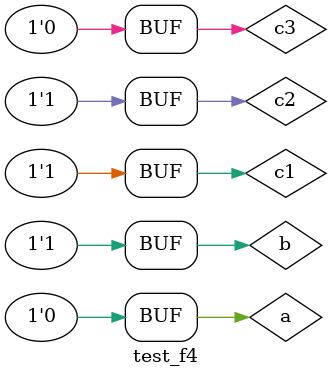
<source format=v>
module f4 (output s, input a, input b, input c1, input c2, input c3);  
assign s = (~a & ~b & ~c3) | (~a & b & ~c2) | (a & ~b & ~c2) | (a & b & ~c1 & c3) | (a & b & c1 & c2);
endmodule // f4 
module test_f4; 
// ------------------------- definir dados 
reg a; 
reg b;
reg c1;
reg c2;
reg c3;
wire s; 
f4 modulo1 (s, a, b, c, c2, c3); 
// ------------------------- parte principal 
initial begin 
$display("Exemplo0035 - Marcio Santana Correa"); 
$display("Test LU's module"); 
a = 1; b = 0; c1 = 0; c2 = 0; c3 = 1;
// projetar testes do modulo 
$display("A  B  C1 C2 C3 S");
$monitor("%b  %b  %b  %b  %b  %b",a, b, c1, c2, c3, s);
#1 a = 0; b = 1; c1 = 1; c2 = 0; c3 = 0;
#1 a = 1; b = 0; c1 = 0; c2 = 1; c3 = 1;
#1 a = 0; b = 1; c1 = 1; c2 = 1; c3 = 0;
end 
endmodule // test_f4 
</source>
